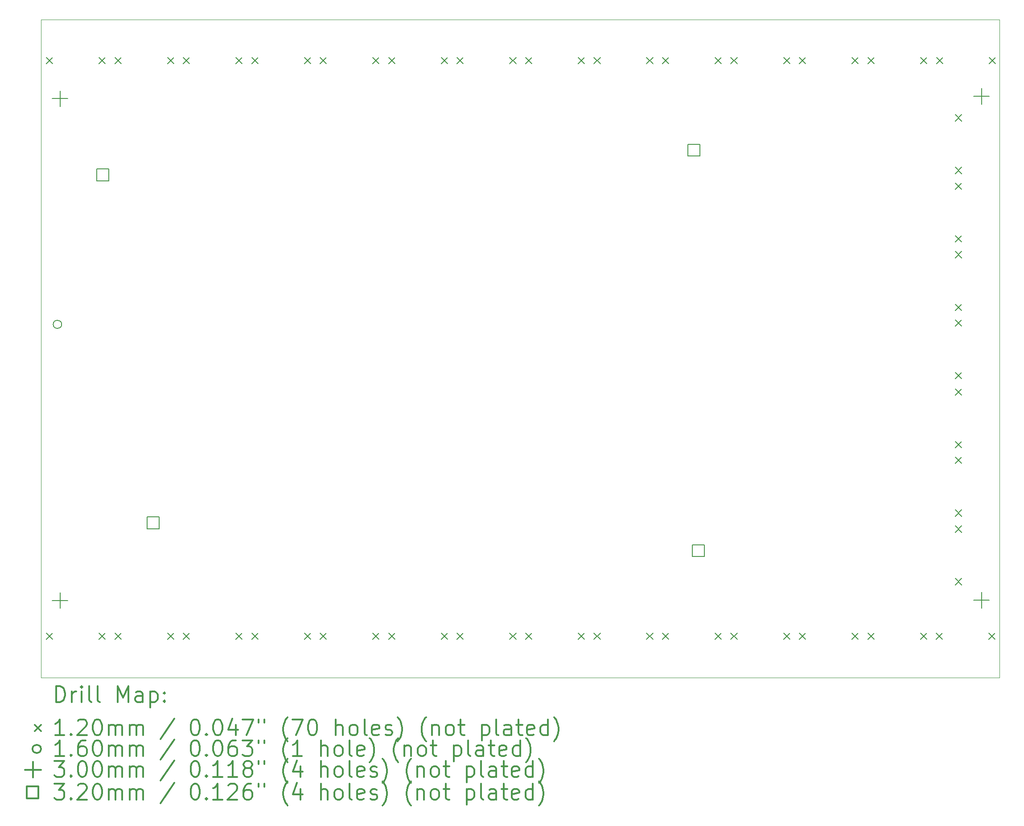
<source format=gbr>
%FSLAX45Y45*%
G04 Gerber Fmt 4.5, Leading zero omitted, Abs format (unit mm)*
G04 Created by KiCad (PCBNEW (5.1.6)-1) date 2021-04-23 16:12:56*
%MOMM*%
%LPD*%
G01*
G04 APERTURE LIST*
%TA.AperFunction,Profile*%
%ADD10C,0.050000*%
%TD*%
%ADD11C,0.200000*%
%ADD12C,0.300000*%
G04 APERTURE END LIST*
D10*
X25720000Y-3860000D02*
X7520000Y-3860000D01*
X25720000Y-16360000D02*
X7520000Y-16360000D01*
X25720000Y-3860000D02*
X25720000Y-16360000D01*
X7520000Y-3860000D02*
X7520000Y-16360000D01*
D11*
X21920000Y-15520000D02*
X22040000Y-15640000D01*
X22040000Y-15520000D02*
X21920000Y-15640000D01*
X22920000Y-15520000D02*
X23040000Y-15640000D01*
X23040000Y-15520000D02*
X22920000Y-15640000D01*
X21920000Y-4580000D02*
X22040000Y-4700000D01*
X22040000Y-4580000D02*
X21920000Y-4700000D01*
X22920000Y-4580000D02*
X23040000Y-4700000D01*
X23040000Y-4580000D02*
X22920000Y-4700000D01*
X24880000Y-12175000D02*
X25000000Y-12295000D01*
X25000000Y-12175000D02*
X24880000Y-12295000D01*
X24880000Y-13175000D02*
X25000000Y-13295000D01*
X25000000Y-13175000D02*
X24880000Y-13295000D01*
X19320000Y-4580000D02*
X19440000Y-4700000D01*
X19440000Y-4580000D02*
X19320000Y-4700000D01*
X20320000Y-4580000D02*
X20440000Y-4700000D01*
X20440000Y-4580000D02*
X20320000Y-4700000D01*
X11520000Y-15520000D02*
X11640000Y-15640000D01*
X11640000Y-15520000D02*
X11520000Y-15640000D01*
X12520000Y-15520000D02*
X12640000Y-15640000D01*
X12640000Y-15520000D02*
X12520000Y-15640000D01*
X20620000Y-15520000D02*
X20740000Y-15640000D01*
X20740000Y-15520000D02*
X20620000Y-15640000D01*
X21620000Y-15520000D02*
X21740000Y-15640000D01*
X21740000Y-15520000D02*
X21620000Y-15640000D01*
X23220000Y-4580000D02*
X23340000Y-4700000D01*
X23340000Y-4580000D02*
X23220000Y-4700000D01*
X24220000Y-4580000D02*
X24340000Y-4700000D01*
X24340000Y-4580000D02*
X24220000Y-4700000D01*
X12820000Y-4580000D02*
X12940000Y-4700000D01*
X12940000Y-4580000D02*
X12820000Y-4700000D01*
X13820000Y-4580000D02*
X13940000Y-4700000D01*
X13940000Y-4580000D02*
X13820000Y-4700000D01*
X8920000Y-15520000D02*
X9040000Y-15640000D01*
X9040000Y-15520000D02*
X8920000Y-15640000D01*
X9920000Y-15520000D02*
X10040000Y-15640000D01*
X10040000Y-15520000D02*
X9920000Y-15640000D01*
X18020000Y-15520000D02*
X18140000Y-15640000D01*
X18140000Y-15520000D02*
X18020000Y-15640000D01*
X19020000Y-15520000D02*
X19140000Y-15640000D01*
X19140000Y-15520000D02*
X19020000Y-15640000D01*
X24880000Y-5665000D02*
X25000000Y-5785000D01*
X25000000Y-5665000D02*
X24880000Y-5785000D01*
X24880000Y-6665000D02*
X25000000Y-6785000D01*
X25000000Y-6665000D02*
X24880000Y-6785000D01*
X7620000Y-15520000D02*
X7740000Y-15640000D01*
X7740000Y-15520000D02*
X7620000Y-15640000D01*
X8620000Y-15520000D02*
X8740000Y-15640000D01*
X8740000Y-15520000D02*
X8620000Y-15640000D01*
X16720000Y-15520000D02*
X16840000Y-15640000D01*
X16840000Y-15520000D02*
X16720000Y-15640000D01*
X17720000Y-15520000D02*
X17840000Y-15640000D01*
X17840000Y-15520000D02*
X17720000Y-15640000D01*
X24520000Y-15520000D02*
X24640000Y-15640000D01*
X24640000Y-15520000D02*
X24520000Y-15640000D01*
X25520000Y-15520000D02*
X25640000Y-15640000D01*
X25640000Y-15520000D02*
X25520000Y-15640000D01*
X7620000Y-4580000D02*
X7740000Y-4700000D01*
X7740000Y-4580000D02*
X7620000Y-4700000D01*
X8620000Y-4580000D02*
X8740000Y-4700000D01*
X8740000Y-4580000D02*
X8620000Y-4700000D01*
X8920000Y-4580000D02*
X9040000Y-4700000D01*
X9040000Y-4580000D02*
X8920000Y-4700000D01*
X9920000Y-4580000D02*
X10040000Y-4700000D01*
X10040000Y-4580000D02*
X9920000Y-4700000D01*
X11520000Y-4580000D02*
X11640000Y-4700000D01*
X11640000Y-4580000D02*
X11520000Y-4700000D01*
X12520000Y-4580000D02*
X12640000Y-4700000D01*
X12640000Y-4580000D02*
X12520000Y-4700000D01*
X12820000Y-15520000D02*
X12940000Y-15640000D01*
X12940000Y-15520000D02*
X12820000Y-15640000D01*
X13820000Y-15520000D02*
X13940000Y-15640000D01*
X13940000Y-15520000D02*
X13820000Y-15640000D01*
X24525000Y-4580000D02*
X24645000Y-4700000D01*
X24645000Y-4580000D02*
X24525000Y-4700000D01*
X25525000Y-4580000D02*
X25645000Y-4700000D01*
X25645000Y-4580000D02*
X25525000Y-4700000D01*
X15420000Y-15520000D02*
X15540000Y-15640000D01*
X15540000Y-15520000D02*
X15420000Y-15640000D01*
X16420000Y-15520000D02*
X16540000Y-15640000D01*
X16540000Y-15520000D02*
X16420000Y-15640000D01*
X24880000Y-8265000D02*
X25000000Y-8385000D01*
X25000000Y-8265000D02*
X24880000Y-8385000D01*
X24880000Y-9265000D02*
X25000000Y-9385000D01*
X25000000Y-9265000D02*
X24880000Y-9385000D01*
X14120000Y-15520000D02*
X14240000Y-15640000D01*
X14240000Y-15520000D02*
X14120000Y-15640000D01*
X15120000Y-15520000D02*
X15240000Y-15640000D01*
X15240000Y-15520000D02*
X15120000Y-15640000D01*
X15420000Y-4580000D02*
X15540000Y-4700000D01*
X15540000Y-4580000D02*
X15420000Y-4700000D01*
X16420000Y-4580000D02*
X16540000Y-4700000D01*
X16540000Y-4580000D02*
X16420000Y-4700000D01*
X14120000Y-4580000D02*
X14240000Y-4700000D01*
X14240000Y-4580000D02*
X14120000Y-4700000D01*
X15120000Y-4580000D02*
X15240000Y-4700000D01*
X15240000Y-4580000D02*
X15120000Y-4700000D01*
X24880000Y-6965000D02*
X25000000Y-7085000D01*
X25000000Y-6965000D02*
X24880000Y-7085000D01*
X24880000Y-7965000D02*
X25000000Y-8085000D01*
X25000000Y-7965000D02*
X24880000Y-8085000D01*
X19320000Y-15520000D02*
X19440000Y-15640000D01*
X19440000Y-15520000D02*
X19320000Y-15640000D01*
X20320000Y-15520000D02*
X20440000Y-15640000D01*
X20440000Y-15520000D02*
X20320000Y-15640000D01*
X23220000Y-15520000D02*
X23340000Y-15640000D01*
X23340000Y-15520000D02*
X23220000Y-15640000D01*
X24220000Y-15520000D02*
X24340000Y-15640000D01*
X24340000Y-15520000D02*
X24220000Y-15640000D01*
X18020000Y-4580000D02*
X18140000Y-4700000D01*
X18140000Y-4580000D02*
X18020000Y-4700000D01*
X19020000Y-4580000D02*
X19140000Y-4700000D01*
X19140000Y-4580000D02*
X19020000Y-4700000D01*
X16720000Y-4580000D02*
X16840000Y-4700000D01*
X16840000Y-4580000D02*
X16720000Y-4700000D01*
X17720000Y-4580000D02*
X17840000Y-4700000D01*
X17840000Y-4580000D02*
X17720000Y-4700000D01*
X10220000Y-15520000D02*
X10340000Y-15640000D01*
X10340000Y-15520000D02*
X10220000Y-15640000D01*
X11220000Y-15520000D02*
X11340000Y-15640000D01*
X11340000Y-15520000D02*
X11220000Y-15640000D01*
X24880000Y-9565000D02*
X25000000Y-9685000D01*
X25000000Y-9565000D02*
X24880000Y-9685000D01*
X24880000Y-10565000D02*
X25000000Y-10685000D01*
X25000000Y-10565000D02*
X24880000Y-10685000D01*
X24880000Y-10875000D02*
X25000000Y-10995000D01*
X25000000Y-10875000D02*
X24880000Y-10995000D01*
X24880000Y-11875000D02*
X25000000Y-11995000D01*
X25000000Y-11875000D02*
X24880000Y-11995000D01*
X24880000Y-13480000D02*
X25000000Y-13600000D01*
X25000000Y-13480000D02*
X24880000Y-13600000D01*
X24880000Y-14480000D02*
X25000000Y-14600000D01*
X25000000Y-14480000D02*
X24880000Y-14600000D01*
X10220000Y-4580000D02*
X10340000Y-4700000D01*
X10340000Y-4580000D02*
X10220000Y-4700000D01*
X11220000Y-4580000D02*
X11340000Y-4700000D01*
X11340000Y-4580000D02*
X11220000Y-4700000D01*
X20620000Y-4580000D02*
X20740000Y-4700000D01*
X20740000Y-4580000D02*
X20620000Y-4700000D01*
X21620000Y-4580000D02*
X21740000Y-4700000D01*
X21740000Y-4580000D02*
X21620000Y-4700000D01*
X7910000Y-9650000D02*
G75*
G03*
X7910000Y-9650000I-80000J0D01*
G01*
X25380000Y-5165000D02*
X25380000Y-5465000D01*
X25230000Y-5315000D02*
X25530000Y-5315000D01*
X7880000Y-14745000D02*
X7880000Y-15045000D01*
X7730000Y-14895000D02*
X8030000Y-14895000D01*
X25380000Y-14740000D02*
X25380000Y-15040000D01*
X25230000Y-14890000D02*
X25530000Y-14890000D01*
X7880000Y-5210000D02*
X7880000Y-5510000D01*
X7730000Y-5360000D02*
X8030000Y-5360000D01*
X20033138Y-6453138D02*
X20033138Y-6226862D01*
X19806862Y-6226862D01*
X19806862Y-6453138D01*
X20033138Y-6453138D01*
X9763138Y-13533138D02*
X9763138Y-13306862D01*
X9536862Y-13306862D01*
X9536862Y-13533138D01*
X9763138Y-13533138D01*
X8803138Y-6923138D02*
X8803138Y-6696862D01*
X8576862Y-6696862D01*
X8576862Y-6923138D01*
X8803138Y-6923138D01*
X20113138Y-14063138D02*
X20113138Y-13836862D01*
X19886862Y-13836862D01*
X19886862Y-14063138D01*
X20113138Y-14063138D01*
D12*
X7803928Y-16828214D02*
X7803928Y-16528214D01*
X7875357Y-16528214D01*
X7918214Y-16542500D01*
X7946786Y-16571071D01*
X7961071Y-16599643D01*
X7975357Y-16656786D01*
X7975357Y-16699643D01*
X7961071Y-16756786D01*
X7946786Y-16785357D01*
X7918214Y-16813929D01*
X7875357Y-16828214D01*
X7803928Y-16828214D01*
X8103928Y-16828214D02*
X8103928Y-16628214D01*
X8103928Y-16685357D02*
X8118214Y-16656786D01*
X8132500Y-16642500D01*
X8161071Y-16628214D01*
X8189643Y-16628214D01*
X8289643Y-16828214D02*
X8289643Y-16628214D01*
X8289643Y-16528214D02*
X8275357Y-16542500D01*
X8289643Y-16556786D01*
X8303928Y-16542500D01*
X8289643Y-16528214D01*
X8289643Y-16556786D01*
X8475357Y-16828214D02*
X8446786Y-16813929D01*
X8432500Y-16785357D01*
X8432500Y-16528214D01*
X8632500Y-16828214D02*
X8603928Y-16813929D01*
X8589643Y-16785357D01*
X8589643Y-16528214D01*
X8975357Y-16828214D02*
X8975357Y-16528214D01*
X9075357Y-16742500D01*
X9175357Y-16528214D01*
X9175357Y-16828214D01*
X9446786Y-16828214D02*
X9446786Y-16671071D01*
X9432500Y-16642500D01*
X9403928Y-16628214D01*
X9346786Y-16628214D01*
X9318214Y-16642500D01*
X9446786Y-16813929D02*
X9418214Y-16828214D01*
X9346786Y-16828214D01*
X9318214Y-16813929D01*
X9303928Y-16785357D01*
X9303928Y-16756786D01*
X9318214Y-16728214D01*
X9346786Y-16713929D01*
X9418214Y-16713929D01*
X9446786Y-16699643D01*
X9589643Y-16628214D02*
X9589643Y-16928214D01*
X9589643Y-16642500D02*
X9618214Y-16628214D01*
X9675357Y-16628214D01*
X9703928Y-16642500D01*
X9718214Y-16656786D01*
X9732500Y-16685357D01*
X9732500Y-16771071D01*
X9718214Y-16799643D01*
X9703928Y-16813929D01*
X9675357Y-16828214D01*
X9618214Y-16828214D01*
X9589643Y-16813929D01*
X9861071Y-16799643D02*
X9875357Y-16813929D01*
X9861071Y-16828214D01*
X9846786Y-16813929D01*
X9861071Y-16799643D01*
X9861071Y-16828214D01*
X9861071Y-16642500D02*
X9875357Y-16656786D01*
X9861071Y-16671071D01*
X9846786Y-16656786D01*
X9861071Y-16642500D01*
X9861071Y-16671071D01*
X7397500Y-17262500D02*
X7517500Y-17382500D01*
X7517500Y-17262500D02*
X7397500Y-17382500D01*
X7961071Y-17458214D02*
X7789643Y-17458214D01*
X7875357Y-17458214D02*
X7875357Y-17158214D01*
X7846786Y-17201072D01*
X7818214Y-17229643D01*
X7789643Y-17243929D01*
X8089643Y-17429643D02*
X8103928Y-17443929D01*
X8089643Y-17458214D01*
X8075357Y-17443929D01*
X8089643Y-17429643D01*
X8089643Y-17458214D01*
X8218214Y-17186786D02*
X8232500Y-17172500D01*
X8261071Y-17158214D01*
X8332500Y-17158214D01*
X8361071Y-17172500D01*
X8375357Y-17186786D01*
X8389643Y-17215357D01*
X8389643Y-17243929D01*
X8375357Y-17286786D01*
X8203928Y-17458214D01*
X8389643Y-17458214D01*
X8575357Y-17158214D02*
X8603928Y-17158214D01*
X8632500Y-17172500D01*
X8646786Y-17186786D01*
X8661071Y-17215357D01*
X8675357Y-17272500D01*
X8675357Y-17343929D01*
X8661071Y-17401072D01*
X8646786Y-17429643D01*
X8632500Y-17443929D01*
X8603928Y-17458214D01*
X8575357Y-17458214D01*
X8546786Y-17443929D01*
X8532500Y-17429643D01*
X8518214Y-17401072D01*
X8503928Y-17343929D01*
X8503928Y-17272500D01*
X8518214Y-17215357D01*
X8532500Y-17186786D01*
X8546786Y-17172500D01*
X8575357Y-17158214D01*
X8803928Y-17458214D02*
X8803928Y-17258214D01*
X8803928Y-17286786D02*
X8818214Y-17272500D01*
X8846786Y-17258214D01*
X8889643Y-17258214D01*
X8918214Y-17272500D01*
X8932500Y-17301072D01*
X8932500Y-17458214D01*
X8932500Y-17301072D02*
X8946786Y-17272500D01*
X8975357Y-17258214D01*
X9018214Y-17258214D01*
X9046786Y-17272500D01*
X9061071Y-17301072D01*
X9061071Y-17458214D01*
X9203928Y-17458214D02*
X9203928Y-17258214D01*
X9203928Y-17286786D02*
X9218214Y-17272500D01*
X9246786Y-17258214D01*
X9289643Y-17258214D01*
X9318214Y-17272500D01*
X9332500Y-17301072D01*
X9332500Y-17458214D01*
X9332500Y-17301072D02*
X9346786Y-17272500D01*
X9375357Y-17258214D01*
X9418214Y-17258214D01*
X9446786Y-17272500D01*
X9461071Y-17301072D01*
X9461071Y-17458214D01*
X10046786Y-17143929D02*
X9789643Y-17529643D01*
X10432500Y-17158214D02*
X10461071Y-17158214D01*
X10489643Y-17172500D01*
X10503928Y-17186786D01*
X10518214Y-17215357D01*
X10532500Y-17272500D01*
X10532500Y-17343929D01*
X10518214Y-17401072D01*
X10503928Y-17429643D01*
X10489643Y-17443929D01*
X10461071Y-17458214D01*
X10432500Y-17458214D01*
X10403928Y-17443929D01*
X10389643Y-17429643D01*
X10375357Y-17401072D01*
X10361071Y-17343929D01*
X10361071Y-17272500D01*
X10375357Y-17215357D01*
X10389643Y-17186786D01*
X10403928Y-17172500D01*
X10432500Y-17158214D01*
X10661071Y-17429643D02*
X10675357Y-17443929D01*
X10661071Y-17458214D01*
X10646786Y-17443929D01*
X10661071Y-17429643D01*
X10661071Y-17458214D01*
X10861071Y-17158214D02*
X10889643Y-17158214D01*
X10918214Y-17172500D01*
X10932500Y-17186786D01*
X10946786Y-17215357D01*
X10961071Y-17272500D01*
X10961071Y-17343929D01*
X10946786Y-17401072D01*
X10932500Y-17429643D01*
X10918214Y-17443929D01*
X10889643Y-17458214D01*
X10861071Y-17458214D01*
X10832500Y-17443929D01*
X10818214Y-17429643D01*
X10803928Y-17401072D01*
X10789643Y-17343929D01*
X10789643Y-17272500D01*
X10803928Y-17215357D01*
X10818214Y-17186786D01*
X10832500Y-17172500D01*
X10861071Y-17158214D01*
X11218214Y-17258214D02*
X11218214Y-17458214D01*
X11146786Y-17143929D02*
X11075357Y-17358214D01*
X11261071Y-17358214D01*
X11346786Y-17158214D02*
X11546786Y-17158214D01*
X11418214Y-17458214D01*
X11646786Y-17158214D02*
X11646786Y-17215357D01*
X11761071Y-17158214D02*
X11761071Y-17215357D01*
X12203928Y-17572500D02*
X12189643Y-17558214D01*
X12161071Y-17515357D01*
X12146786Y-17486786D01*
X12132500Y-17443929D01*
X12118214Y-17372500D01*
X12118214Y-17315357D01*
X12132500Y-17243929D01*
X12146786Y-17201072D01*
X12161071Y-17172500D01*
X12189643Y-17129643D01*
X12203928Y-17115357D01*
X12289643Y-17158214D02*
X12489643Y-17158214D01*
X12361071Y-17458214D01*
X12661071Y-17158214D02*
X12689643Y-17158214D01*
X12718214Y-17172500D01*
X12732500Y-17186786D01*
X12746786Y-17215357D01*
X12761071Y-17272500D01*
X12761071Y-17343929D01*
X12746786Y-17401072D01*
X12732500Y-17429643D01*
X12718214Y-17443929D01*
X12689643Y-17458214D01*
X12661071Y-17458214D01*
X12632500Y-17443929D01*
X12618214Y-17429643D01*
X12603928Y-17401072D01*
X12589643Y-17343929D01*
X12589643Y-17272500D01*
X12603928Y-17215357D01*
X12618214Y-17186786D01*
X12632500Y-17172500D01*
X12661071Y-17158214D01*
X13118214Y-17458214D02*
X13118214Y-17158214D01*
X13246786Y-17458214D02*
X13246786Y-17301072D01*
X13232500Y-17272500D01*
X13203928Y-17258214D01*
X13161071Y-17258214D01*
X13132500Y-17272500D01*
X13118214Y-17286786D01*
X13432500Y-17458214D02*
X13403928Y-17443929D01*
X13389643Y-17429643D01*
X13375357Y-17401072D01*
X13375357Y-17315357D01*
X13389643Y-17286786D01*
X13403928Y-17272500D01*
X13432500Y-17258214D01*
X13475357Y-17258214D01*
X13503928Y-17272500D01*
X13518214Y-17286786D01*
X13532500Y-17315357D01*
X13532500Y-17401072D01*
X13518214Y-17429643D01*
X13503928Y-17443929D01*
X13475357Y-17458214D01*
X13432500Y-17458214D01*
X13703928Y-17458214D02*
X13675357Y-17443929D01*
X13661071Y-17415357D01*
X13661071Y-17158214D01*
X13932500Y-17443929D02*
X13903928Y-17458214D01*
X13846786Y-17458214D01*
X13818214Y-17443929D01*
X13803928Y-17415357D01*
X13803928Y-17301072D01*
X13818214Y-17272500D01*
X13846786Y-17258214D01*
X13903928Y-17258214D01*
X13932500Y-17272500D01*
X13946786Y-17301072D01*
X13946786Y-17329643D01*
X13803928Y-17358214D01*
X14061071Y-17443929D02*
X14089643Y-17458214D01*
X14146786Y-17458214D01*
X14175357Y-17443929D01*
X14189643Y-17415357D01*
X14189643Y-17401072D01*
X14175357Y-17372500D01*
X14146786Y-17358214D01*
X14103928Y-17358214D01*
X14075357Y-17343929D01*
X14061071Y-17315357D01*
X14061071Y-17301072D01*
X14075357Y-17272500D01*
X14103928Y-17258214D01*
X14146786Y-17258214D01*
X14175357Y-17272500D01*
X14289643Y-17572500D02*
X14303928Y-17558214D01*
X14332500Y-17515357D01*
X14346786Y-17486786D01*
X14361071Y-17443929D01*
X14375357Y-17372500D01*
X14375357Y-17315357D01*
X14361071Y-17243929D01*
X14346786Y-17201072D01*
X14332500Y-17172500D01*
X14303928Y-17129643D01*
X14289643Y-17115357D01*
X14832500Y-17572500D02*
X14818214Y-17558214D01*
X14789643Y-17515357D01*
X14775357Y-17486786D01*
X14761071Y-17443929D01*
X14746786Y-17372500D01*
X14746786Y-17315357D01*
X14761071Y-17243929D01*
X14775357Y-17201072D01*
X14789643Y-17172500D01*
X14818214Y-17129643D01*
X14832500Y-17115357D01*
X14946786Y-17258214D02*
X14946786Y-17458214D01*
X14946786Y-17286786D02*
X14961071Y-17272500D01*
X14989643Y-17258214D01*
X15032500Y-17258214D01*
X15061071Y-17272500D01*
X15075357Y-17301072D01*
X15075357Y-17458214D01*
X15261071Y-17458214D02*
X15232500Y-17443929D01*
X15218214Y-17429643D01*
X15203928Y-17401072D01*
X15203928Y-17315357D01*
X15218214Y-17286786D01*
X15232500Y-17272500D01*
X15261071Y-17258214D01*
X15303928Y-17258214D01*
X15332500Y-17272500D01*
X15346786Y-17286786D01*
X15361071Y-17315357D01*
X15361071Y-17401072D01*
X15346786Y-17429643D01*
X15332500Y-17443929D01*
X15303928Y-17458214D01*
X15261071Y-17458214D01*
X15446786Y-17258214D02*
X15561071Y-17258214D01*
X15489643Y-17158214D02*
X15489643Y-17415357D01*
X15503928Y-17443929D01*
X15532500Y-17458214D01*
X15561071Y-17458214D01*
X15889643Y-17258214D02*
X15889643Y-17558214D01*
X15889643Y-17272500D02*
X15918214Y-17258214D01*
X15975357Y-17258214D01*
X16003928Y-17272500D01*
X16018214Y-17286786D01*
X16032500Y-17315357D01*
X16032500Y-17401072D01*
X16018214Y-17429643D01*
X16003928Y-17443929D01*
X15975357Y-17458214D01*
X15918214Y-17458214D01*
X15889643Y-17443929D01*
X16203928Y-17458214D02*
X16175357Y-17443929D01*
X16161071Y-17415357D01*
X16161071Y-17158214D01*
X16446786Y-17458214D02*
X16446786Y-17301072D01*
X16432500Y-17272500D01*
X16403928Y-17258214D01*
X16346786Y-17258214D01*
X16318214Y-17272500D01*
X16446786Y-17443929D02*
X16418214Y-17458214D01*
X16346786Y-17458214D01*
X16318214Y-17443929D01*
X16303928Y-17415357D01*
X16303928Y-17386786D01*
X16318214Y-17358214D01*
X16346786Y-17343929D01*
X16418214Y-17343929D01*
X16446786Y-17329643D01*
X16546786Y-17258214D02*
X16661071Y-17258214D01*
X16589643Y-17158214D02*
X16589643Y-17415357D01*
X16603928Y-17443929D01*
X16632500Y-17458214D01*
X16661071Y-17458214D01*
X16875357Y-17443929D02*
X16846786Y-17458214D01*
X16789643Y-17458214D01*
X16761071Y-17443929D01*
X16746786Y-17415357D01*
X16746786Y-17301072D01*
X16761071Y-17272500D01*
X16789643Y-17258214D01*
X16846786Y-17258214D01*
X16875357Y-17272500D01*
X16889643Y-17301072D01*
X16889643Y-17329643D01*
X16746786Y-17358214D01*
X17146786Y-17458214D02*
X17146786Y-17158214D01*
X17146786Y-17443929D02*
X17118214Y-17458214D01*
X17061071Y-17458214D01*
X17032500Y-17443929D01*
X17018214Y-17429643D01*
X17003928Y-17401072D01*
X17003928Y-17315357D01*
X17018214Y-17286786D01*
X17032500Y-17272500D01*
X17061071Y-17258214D01*
X17118214Y-17258214D01*
X17146786Y-17272500D01*
X17261071Y-17572500D02*
X17275357Y-17558214D01*
X17303928Y-17515357D01*
X17318214Y-17486786D01*
X17332500Y-17443929D01*
X17346786Y-17372500D01*
X17346786Y-17315357D01*
X17332500Y-17243929D01*
X17318214Y-17201072D01*
X17303928Y-17172500D01*
X17275357Y-17129643D01*
X17261071Y-17115357D01*
X7517500Y-17718500D02*
G75*
G03*
X7517500Y-17718500I-80000J0D01*
G01*
X7961071Y-17854214D02*
X7789643Y-17854214D01*
X7875357Y-17854214D02*
X7875357Y-17554214D01*
X7846786Y-17597072D01*
X7818214Y-17625643D01*
X7789643Y-17639929D01*
X8089643Y-17825643D02*
X8103928Y-17839929D01*
X8089643Y-17854214D01*
X8075357Y-17839929D01*
X8089643Y-17825643D01*
X8089643Y-17854214D01*
X8361071Y-17554214D02*
X8303928Y-17554214D01*
X8275357Y-17568500D01*
X8261071Y-17582786D01*
X8232500Y-17625643D01*
X8218214Y-17682786D01*
X8218214Y-17797072D01*
X8232500Y-17825643D01*
X8246786Y-17839929D01*
X8275357Y-17854214D01*
X8332500Y-17854214D01*
X8361071Y-17839929D01*
X8375357Y-17825643D01*
X8389643Y-17797072D01*
X8389643Y-17725643D01*
X8375357Y-17697072D01*
X8361071Y-17682786D01*
X8332500Y-17668500D01*
X8275357Y-17668500D01*
X8246786Y-17682786D01*
X8232500Y-17697072D01*
X8218214Y-17725643D01*
X8575357Y-17554214D02*
X8603928Y-17554214D01*
X8632500Y-17568500D01*
X8646786Y-17582786D01*
X8661071Y-17611357D01*
X8675357Y-17668500D01*
X8675357Y-17739929D01*
X8661071Y-17797072D01*
X8646786Y-17825643D01*
X8632500Y-17839929D01*
X8603928Y-17854214D01*
X8575357Y-17854214D01*
X8546786Y-17839929D01*
X8532500Y-17825643D01*
X8518214Y-17797072D01*
X8503928Y-17739929D01*
X8503928Y-17668500D01*
X8518214Y-17611357D01*
X8532500Y-17582786D01*
X8546786Y-17568500D01*
X8575357Y-17554214D01*
X8803928Y-17854214D02*
X8803928Y-17654214D01*
X8803928Y-17682786D02*
X8818214Y-17668500D01*
X8846786Y-17654214D01*
X8889643Y-17654214D01*
X8918214Y-17668500D01*
X8932500Y-17697072D01*
X8932500Y-17854214D01*
X8932500Y-17697072D02*
X8946786Y-17668500D01*
X8975357Y-17654214D01*
X9018214Y-17654214D01*
X9046786Y-17668500D01*
X9061071Y-17697072D01*
X9061071Y-17854214D01*
X9203928Y-17854214D02*
X9203928Y-17654214D01*
X9203928Y-17682786D02*
X9218214Y-17668500D01*
X9246786Y-17654214D01*
X9289643Y-17654214D01*
X9318214Y-17668500D01*
X9332500Y-17697072D01*
X9332500Y-17854214D01*
X9332500Y-17697072D02*
X9346786Y-17668500D01*
X9375357Y-17654214D01*
X9418214Y-17654214D01*
X9446786Y-17668500D01*
X9461071Y-17697072D01*
X9461071Y-17854214D01*
X10046786Y-17539929D02*
X9789643Y-17925643D01*
X10432500Y-17554214D02*
X10461071Y-17554214D01*
X10489643Y-17568500D01*
X10503928Y-17582786D01*
X10518214Y-17611357D01*
X10532500Y-17668500D01*
X10532500Y-17739929D01*
X10518214Y-17797072D01*
X10503928Y-17825643D01*
X10489643Y-17839929D01*
X10461071Y-17854214D01*
X10432500Y-17854214D01*
X10403928Y-17839929D01*
X10389643Y-17825643D01*
X10375357Y-17797072D01*
X10361071Y-17739929D01*
X10361071Y-17668500D01*
X10375357Y-17611357D01*
X10389643Y-17582786D01*
X10403928Y-17568500D01*
X10432500Y-17554214D01*
X10661071Y-17825643D02*
X10675357Y-17839929D01*
X10661071Y-17854214D01*
X10646786Y-17839929D01*
X10661071Y-17825643D01*
X10661071Y-17854214D01*
X10861071Y-17554214D02*
X10889643Y-17554214D01*
X10918214Y-17568500D01*
X10932500Y-17582786D01*
X10946786Y-17611357D01*
X10961071Y-17668500D01*
X10961071Y-17739929D01*
X10946786Y-17797072D01*
X10932500Y-17825643D01*
X10918214Y-17839929D01*
X10889643Y-17854214D01*
X10861071Y-17854214D01*
X10832500Y-17839929D01*
X10818214Y-17825643D01*
X10803928Y-17797072D01*
X10789643Y-17739929D01*
X10789643Y-17668500D01*
X10803928Y-17611357D01*
X10818214Y-17582786D01*
X10832500Y-17568500D01*
X10861071Y-17554214D01*
X11218214Y-17554214D02*
X11161071Y-17554214D01*
X11132500Y-17568500D01*
X11118214Y-17582786D01*
X11089643Y-17625643D01*
X11075357Y-17682786D01*
X11075357Y-17797072D01*
X11089643Y-17825643D01*
X11103928Y-17839929D01*
X11132500Y-17854214D01*
X11189643Y-17854214D01*
X11218214Y-17839929D01*
X11232500Y-17825643D01*
X11246786Y-17797072D01*
X11246786Y-17725643D01*
X11232500Y-17697072D01*
X11218214Y-17682786D01*
X11189643Y-17668500D01*
X11132500Y-17668500D01*
X11103928Y-17682786D01*
X11089643Y-17697072D01*
X11075357Y-17725643D01*
X11346786Y-17554214D02*
X11532500Y-17554214D01*
X11432500Y-17668500D01*
X11475357Y-17668500D01*
X11503928Y-17682786D01*
X11518214Y-17697072D01*
X11532500Y-17725643D01*
X11532500Y-17797072D01*
X11518214Y-17825643D01*
X11503928Y-17839929D01*
X11475357Y-17854214D01*
X11389643Y-17854214D01*
X11361071Y-17839929D01*
X11346786Y-17825643D01*
X11646786Y-17554214D02*
X11646786Y-17611357D01*
X11761071Y-17554214D02*
X11761071Y-17611357D01*
X12203928Y-17968500D02*
X12189643Y-17954214D01*
X12161071Y-17911357D01*
X12146786Y-17882786D01*
X12132500Y-17839929D01*
X12118214Y-17768500D01*
X12118214Y-17711357D01*
X12132500Y-17639929D01*
X12146786Y-17597072D01*
X12161071Y-17568500D01*
X12189643Y-17525643D01*
X12203928Y-17511357D01*
X12475357Y-17854214D02*
X12303928Y-17854214D01*
X12389643Y-17854214D02*
X12389643Y-17554214D01*
X12361071Y-17597072D01*
X12332500Y-17625643D01*
X12303928Y-17639929D01*
X12832500Y-17854214D02*
X12832500Y-17554214D01*
X12961071Y-17854214D02*
X12961071Y-17697072D01*
X12946786Y-17668500D01*
X12918214Y-17654214D01*
X12875357Y-17654214D01*
X12846786Y-17668500D01*
X12832500Y-17682786D01*
X13146786Y-17854214D02*
X13118214Y-17839929D01*
X13103928Y-17825643D01*
X13089643Y-17797072D01*
X13089643Y-17711357D01*
X13103928Y-17682786D01*
X13118214Y-17668500D01*
X13146786Y-17654214D01*
X13189643Y-17654214D01*
X13218214Y-17668500D01*
X13232500Y-17682786D01*
X13246786Y-17711357D01*
X13246786Y-17797072D01*
X13232500Y-17825643D01*
X13218214Y-17839929D01*
X13189643Y-17854214D01*
X13146786Y-17854214D01*
X13418214Y-17854214D02*
X13389643Y-17839929D01*
X13375357Y-17811357D01*
X13375357Y-17554214D01*
X13646786Y-17839929D02*
X13618214Y-17854214D01*
X13561071Y-17854214D01*
X13532500Y-17839929D01*
X13518214Y-17811357D01*
X13518214Y-17697072D01*
X13532500Y-17668500D01*
X13561071Y-17654214D01*
X13618214Y-17654214D01*
X13646786Y-17668500D01*
X13661071Y-17697072D01*
X13661071Y-17725643D01*
X13518214Y-17754214D01*
X13761071Y-17968500D02*
X13775357Y-17954214D01*
X13803928Y-17911357D01*
X13818214Y-17882786D01*
X13832500Y-17839929D01*
X13846786Y-17768500D01*
X13846786Y-17711357D01*
X13832500Y-17639929D01*
X13818214Y-17597072D01*
X13803928Y-17568500D01*
X13775357Y-17525643D01*
X13761071Y-17511357D01*
X14303928Y-17968500D02*
X14289643Y-17954214D01*
X14261071Y-17911357D01*
X14246786Y-17882786D01*
X14232500Y-17839929D01*
X14218214Y-17768500D01*
X14218214Y-17711357D01*
X14232500Y-17639929D01*
X14246786Y-17597072D01*
X14261071Y-17568500D01*
X14289643Y-17525643D01*
X14303928Y-17511357D01*
X14418214Y-17654214D02*
X14418214Y-17854214D01*
X14418214Y-17682786D02*
X14432500Y-17668500D01*
X14461071Y-17654214D01*
X14503928Y-17654214D01*
X14532500Y-17668500D01*
X14546786Y-17697072D01*
X14546786Y-17854214D01*
X14732500Y-17854214D02*
X14703928Y-17839929D01*
X14689643Y-17825643D01*
X14675357Y-17797072D01*
X14675357Y-17711357D01*
X14689643Y-17682786D01*
X14703928Y-17668500D01*
X14732500Y-17654214D01*
X14775357Y-17654214D01*
X14803928Y-17668500D01*
X14818214Y-17682786D01*
X14832500Y-17711357D01*
X14832500Y-17797072D01*
X14818214Y-17825643D01*
X14803928Y-17839929D01*
X14775357Y-17854214D01*
X14732500Y-17854214D01*
X14918214Y-17654214D02*
X15032500Y-17654214D01*
X14961071Y-17554214D02*
X14961071Y-17811357D01*
X14975357Y-17839929D01*
X15003928Y-17854214D01*
X15032500Y-17854214D01*
X15361071Y-17654214D02*
X15361071Y-17954214D01*
X15361071Y-17668500D02*
X15389643Y-17654214D01*
X15446786Y-17654214D01*
X15475357Y-17668500D01*
X15489643Y-17682786D01*
X15503928Y-17711357D01*
X15503928Y-17797072D01*
X15489643Y-17825643D01*
X15475357Y-17839929D01*
X15446786Y-17854214D01*
X15389643Y-17854214D01*
X15361071Y-17839929D01*
X15675357Y-17854214D02*
X15646786Y-17839929D01*
X15632500Y-17811357D01*
X15632500Y-17554214D01*
X15918214Y-17854214D02*
X15918214Y-17697072D01*
X15903928Y-17668500D01*
X15875357Y-17654214D01*
X15818214Y-17654214D01*
X15789643Y-17668500D01*
X15918214Y-17839929D02*
X15889643Y-17854214D01*
X15818214Y-17854214D01*
X15789643Y-17839929D01*
X15775357Y-17811357D01*
X15775357Y-17782786D01*
X15789643Y-17754214D01*
X15818214Y-17739929D01*
X15889643Y-17739929D01*
X15918214Y-17725643D01*
X16018214Y-17654214D02*
X16132500Y-17654214D01*
X16061071Y-17554214D02*
X16061071Y-17811357D01*
X16075357Y-17839929D01*
X16103928Y-17854214D01*
X16132500Y-17854214D01*
X16346786Y-17839929D02*
X16318214Y-17854214D01*
X16261071Y-17854214D01*
X16232500Y-17839929D01*
X16218214Y-17811357D01*
X16218214Y-17697072D01*
X16232500Y-17668500D01*
X16261071Y-17654214D01*
X16318214Y-17654214D01*
X16346786Y-17668500D01*
X16361071Y-17697072D01*
X16361071Y-17725643D01*
X16218214Y-17754214D01*
X16618214Y-17854214D02*
X16618214Y-17554214D01*
X16618214Y-17839929D02*
X16589643Y-17854214D01*
X16532500Y-17854214D01*
X16503928Y-17839929D01*
X16489643Y-17825643D01*
X16475357Y-17797072D01*
X16475357Y-17711357D01*
X16489643Y-17682786D01*
X16503928Y-17668500D01*
X16532500Y-17654214D01*
X16589643Y-17654214D01*
X16618214Y-17668500D01*
X16732500Y-17968500D02*
X16746786Y-17954214D01*
X16775357Y-17911357D01*
X16789643Y-17882786D01*
X16803928Y-17839929D01*
X16818214Y-17768500D01*
X16818214Y-17711357D01*
X16803928Y-17639929D01*
X16789643Y-17597072D01*
X16775357Y-17568500D01*
X16746786Y-17525643D01*
X16732500Y-17511357D01*
X7367500Y-17964500D02*
X7367500Y-18264500D01*
X7217500Y-18114500D02*
X7517500Y-18114500D01*
X7775357Y-17950214D02*
X7961071Y-17950214D01*
X7861071Y-18064500D01*
X7903928Y-18064500D01*
X7932500Y-18078786D01*
X7946786Y-18093072D01*
X7961071Y-18121643D01*
X7961071Y-18193072D01*
X7946786Y-18221643D01*
X7932500Y-18235929D01*
X7903928Y-18250214D01*
X7818214Y-18250214D01*
X7789643Y-18235929D01*
X7775357Y-18221643D01*
X8089643Y-18221643D02*
X8103928Y-18235929D01*
X8089643Y-18250214D01*
X8075357Y-18235929D01*
X8089643Y-18221643D01*
X8089643Y-18250214D01*
X8289643Y-17950214D02*
X8318214Y-17950214D01*
X8346786Y-17964500D01*
X8361071Y-17978786D01*
X8375357Y-18007357D01*
X8389643Y-18064500D01*
X8389643Y-18135929D01*
X8375357Y-18193072D01*
X8361071Y-18221643D01*
X8346786Y-18235929D01*
X8318214Y-18250214D01*
X8289643Y-18250214D01*
X8261071Y-18235929D01*
X8246786Y-18221643D01*
X8232500Y-18193072D01*
X8218214Y-18135929D01*
X8218214Y-18064500D01*
X8232500Y-18007357D01*
X8246786Y-17978786D01*
X8261071Y-17964500D01*
X8289643Y-17950214D01*
X8575357Y-17950214D02*
X8603928Y-17950214D01*
X8632500Y-17964500D01*
X8646786Y-17978786D01*
X8661071Y-18007357D01*
X8675357Y-18064500D01*
X8675357Y-18135929D01*
X8661071Y-18193072D01*
X8646786Y-18221643D01*
X8632500Y-18235929D01*
X8603928Y-18250214D01*
X8575357Y-18250214D01*
X8546786Y-18235929D01*
X8532500Y-18221643D01*
X8518214Y-18193072D01*
X8503928Y-18135929D01*
X8503928Y-18064500D01*
X8518214Y-18007357D01*
X8532500Y-17978786D01*
X8546786Y-17964500D01*
X8575357Y-17950214D01*
X8803928Y-18250214D02*
X8803928Y-18050214D01*
X8803928Y-18078786D02*
X8818214Y-18064500D01*
X8846786Y-18050214D01*
X8889643Y-18050214D01*
X8918214Y-18064500D01*
X8932500Y-18093072D01*
X8932500Y-18250214D01*
X8932500Y-18093072D02*
X8946786Y-18064500D01*
X8975357Y-18050214D01*
X9018214Y-18050214D01*
X9046786Y-18064500D01*
X9061071Y-18093072D01*
X9061071Y-18250214D01*
X9203928Y-18250214D02*
X9203928Y-18050214D01*
X9203928Y-18078786D02*
X9218214Y-18064500D01*
X9246786Y-18050214D01*
X9289643Y-18050214D01*
X9318214Y-18064500D01*
X9332500Y-18093072D01*
X9332500Y-18250214D01*
X9332500Y-18093072D02*
X9346786Y-18064500D01*
X9375357Y-18050214D01*
X9418214Y-18050214D01*
X9446786Y-18064500D01*
X9461071Y-18093072D01*
X9461071Y-18250214D01*
X10046786Y-17935929D02*
X9789643Y-18321643D01*
X10432500Y-17950214D02*
X10461071Y-17950214D01*
X10489643Y-17964500D01*
X10503928Y-17978786D01*
X10518214Y-18007357D01*
X10532500Y-18064500D01*
X10532500Y-18135929D01*
X10518214Y-18193072D01*
X10503928Y-18221643D01*
X10489643Y-18235929D01*
X10461071Y-18250214D01*
X10432500Y-18250214D01*
X10403928Y-18235929D01*
X10389643Y-18221643D01*
X10375357Y-18193072D01*
X10361071Y-18135929D01*
X10361071Y-18064500D01*
X10375357Y-18007357D01*
X10389643Y-17978786D01*
X10403928Y-17964500D01*
X10432500Y-17950214D01*
X10661071Y-18221643D02*
X10675357Y-18235929D01*
X10661071Y-18250214D01*
X10646786Y-18235929D01*
X10661071Y-18221643D01*
X10661071Y-18250214D01*
X10961071Y-18250214D02*
X10789643Y-18250214D01*
X10875357Y-18250214D02*
X10875357Y-17950214D01*
X10846786Y-17993072D01*
X10818214Y-18021643D01*
X10789643Y-18035929D01*
X11246786Y-18250214D02*
X11075357Y-18250214D01*
X11161071Y-18250214D02*
X11161071Y-17950214D01*
X11132500Y-17993072D01*
X11103928Y-18021643D01*
X11075357Y-18035929D01*
X11418214Y-18078786D02*
X11389643Y-18064500D01*
X11375357Y-18050214D01*
X11361071Y-18021643D01*
X11361071Y-18007357D01*
X11375357Y-17978786D01*
X11389643Y-17964500D01*
X11418214Y-17950214D01*
X11475357Y-17950214D01*
X11503928Y-17964500D01*
X11518214Y-17978786D01*
X11532500Y-18007357D01*
X11532500Y-18021643D01*
X11518214Y-18050214D01*
X11503928Y-18064500D01*
X11475357Y-18078786D01*
X11418214Y-18078786D01*
X11389643Y-18093072D01*
X11375357Y-18107357D01*
X11361071Y-18135929D01*
X11361071Y-18193072D01*
X11375357Y-18221643D01*
X11389643Y-18235929D01*
X11418214Y-18250214D01*
X11475357Y-18250214D01*
X11503928Y-18235929D01*
X11518214Y-18221643D01*
X11532500Y-18193072D01*
X11532500Y-18135929D01*
X11518214Y-18107357D01*
X11503928Y-18093072D01*
X11475357Y-18078786D01*
X11646786Y-17950214D02*
X11646786Y-18007357D01*
X11761071Y-17950214D02*
X11761071Y-18007357D01*
X12203928Y-18364500D02*
X12189643Y-18350214D01*
X12161071Y-18307357D01*
X12146786Y-18278786D01*
X12132500Y-18235929D01*
X12118214Y-18164500D01*
X12118214Y-18107357D01*
X12132500Y-18035929D01*
X12146786Y-17993072D01*
X12161071Y-17964500D01*
X12189643Y-17921643D01*
X12203928Y-17907357D01*
X12446786Y-18050214D02*
X12446786Y-18250214D01*
X12375357Y-17935929D02*
X12303928Y-18150214D01*
X12489643Y-18150214D01*
X12832500Y-18250214D02*
X12832500Y-17950214D01*
X12961071Y-18250214D02*
X12961071Y-18093072D01*
X12946786Y-18064500D01*
X12918214Y-18050214D01*
X12875357Y-18050214D01*
X12846786Y-18064500D01*
X12832500Y-18078786D01*
X13146786Y-18250214D02*
X13118214Y-18235929D01*
X13103928Y-18221643D01*
X13089643Y-18193072D01*
X13089643Y-18107357D01*
X13103928Y-18078786D01*
X13118214Y-18064500D01*
X13146786Y-18050214D01*
X13189643Y-18050214D01*
X13218214Y-18064500D01*
X13232500Y-18078786D01*
X13246786Y-18107357D01*
X13246786Y-18193072D01*
X13232500Y-18221643D01*
X13218214Y-18235929D01*
X13189643Y-18250214D01*
X13146786Y-18250214D01*
X13418214Y-18250214D02*
X13389643Y-18235929D01*
X13375357Y-18207357D01*
X13375357Y-17950214D01*
X13646786Y-18235929D02*
X13618214Y-18250214D01*
X13561071Y-18250214D01*
X13532500Y-18235929D01*
X13518214Y-18207357D01*
X13518214Y-18093072D01*
X13532500Y-18064500D01*
X13561071Y-18050214D01*
X13618214Y-18050214D01*
X13646786Y-18064500D01*
X13661071Y-18093072D01*
X13661071Y-18121643D01*
X13518214Y-18150214D01*
X13775357Y-18235929D02*
X13803928Y-18250214D01*
X13861071Y-18250214D01*
X13889643Y-18235929D01*
X13903928Y-18207357D01*
X13903928Y-18193072D01*
X13889643Y-18164500D01*
X13861071Y-18150214D01*
X13818214Y-18150214D01*
X13789643Y-18135929D01*
X13775357Y-18107357D01*
X13775357Y-18093072D01*
X13789643Y-18064500D01*
X13818214Y-18050214D01*
X13861071Y-18050214D01*
X13889643Y-18064500D01*
X14003928Y-18364500D02*
X14018214Y-18350214D01*
X14046786Y-18307357D01*
X14061071Y-18278786D01*
X14075357Y-18235929D01*
X14089643Y-18164500D01*
X14089643Y-18107357D01*
X14075357Y-18035929D01*
X14061071Y-17993072D01*
X14046786Y-17964500D01*
X14018214Y-17921643D01*
X14003928Y-17907357D01*
X14546786Y-18364500D02*
X14532500Y-18350214D01*
X14503928Y-18307357D01*
X14489643Y-18278786D01*
X14475357Y-18235929D01*
X14461071Y-18164500D01*
X14461071Y-18107357D01*
X14475357Y-18035929D01*
X14489643Y-17993072D01*
X14503928Y-17964500D01*
X14532500Y-17921643D01*
X14546786Y-17907357D01*
X14661071Y-18050214D02*
X14661071Y-18250214D01*
X14661071Y-18078786D02*
X14675357Y-18064500D01*
X14703928Y-18050214D01*
X14746786Y-18050214D01*
X14775357Y-18064500D01*
X14789643Y-18093072D01*
X14789643Y-18250214D01*
X14975357Y-18250214D02*
X14946786Y-18235929D01*
X14932500Y-18221643D01*
X14918214Y-18193072D01*
X14918214Y-18107357D01*
X14932500Y-18078786D01*
X14946786Y-18064500D01*
X14975357Y-18050214D01*
X15018214Y-18050214D01*
X15046786Y-18064500D01*
X15061071Y-18078786D01*
X15075357Y-18107357D01*
X15075357Y-18193072D01*
X15061071Y-18221643D01*
X15046786Y-18235929D01*
X15018214Y-18250214D01*
X14975357Y-18250214D01*
X15161071Y-18050214D02*
X15275357Y-18050214D01*
X15203928Y-17950214D02*
X15203928Y-18207357D01*
X15218214Y-18235929D01*
X15246786Y-18250214D01*
X15275357Y-18250214D01*
X15603928Y-18050214D02*
X15603928Y-18350214D01*
X15603928Y-18064500D02*
X15632500Y-18050214D01*
X15689643Y-18050214D01*
X15718214Y-18064500D01*
X15732500Y-18078786D01*
X15746786Y-18107357D01*
X15746786Y-18193072D01*
X15732500Y-18221643D01*
X15718214Y-18235929D01*
X15689643Y-18250214D01*
X15632500Y-18250214D01*
X15603928Y-18235929D01*
X15918214Y-18250214D02*
X15889643Y-18235929D01*
X15875357Y-18207357D01*
X15875357Y-17950214D01*
X16161071Y-18250214D02*
X16161071Y-18093072D01*
X16146786Y-18064500D01*
X16118214Y-18050214D01*
X16061071Y-18050214D01*
X16032500Y-18064500D01*
X16161071Y-18235929D02*
X16132500Y-18250214D01*
X16061071Y-18250214D01*
X16032500Y-18235929D01*
X16018214Y-18207357D01*
X16018214Y-18178786D01*
X16032500Y-18150214D01*
X16061071Y-18135929D01*
X16132500Y-18135929D01*
X16161071Y-18121643D01*
X16261071Y-18050214D02*
X16375357Y-18050214D01*
X16303928Y-17950214D02*
X16303928Y-18207357D01*
X16318214Y-18235929D01*
X16346786Y-18250214D01*
X16375357Y-18250214D01*
X16589643Y-18235929D02*
X16561071Y-18250214D01*
X16503928Y-18250214D01*
X16475357Y-18235929D01*
X16461071Y-18207357D01*
X16461071Y-18093072D01*
X16475357Y-18064500D01*
X16503928Y-18050214D01*
X16561071Y-18050214D01*
X16589643Y-18064500D01*
X16603928Y-18093072D01*
X16603928Y-18121643D01*
X16461071Y-18150214D01*
X16861071Y-18250214D02*
X16861071Y-17950214D01*
X16861071Y-18235929D02*
X16832500Y-18250214D01*
X16775357Y-18250214D01*
X16746786Y-18235929D01*
X16732500Y-18221643D01*
X16718214Y-18193072D01*
X16718214Y-18107357D01*
X16732500Y-18078786D01*
X16746786Y-18064500D01*
X16775357Y-18050214D01*
X16832500Y-18050214D01*
X16861071Y-18064500D01*
X16975357Y-18364500D02*
X16989643Y-18350214D01*
X17018214Y-18307357D01*
X17032500Y-18278786D01*
X17046786Y-18235929D01*
X17061071Y-18164500D01*
X17061071Y-18107357D01*
X17046786Y-18035929D01*
X17032500Y-17993072D01*
X17018214Y-17964500D01*
X16989643Y-17921643D01*
X16975357Y-17907357D01*
X7470638Y-18657638D02*
X7470638Y-18431362D01*
X7244362Y-18431362D01*
X7244362Y-18657638D01*
X7470638Y-18657638D01*
X7775357Y-18380214D02*
X7961071Y-18380214D01*
X7861071Y-18494500D01*
X7903928Y-18494500D01*
X7932500Y-18508786D01*
X7946786Y-18523072D01*
X7961071Y-18551643D01*
X7961071Y-18623072D01*
X7946786Y-18651643D01*
X7932500Y-18665929D01*
X7903928Y-18680214D01*
X7818214Y-18680214D01*
X7789643Y-18665929D01*
X7775357Y-18651643D01*
X8089643Y-18651643D02*
X8103928Y-18665929D01*
X8089643Y-18680214D01*
X8075357Y-18665929D01*
X8089643Y-18651643D01*
X8089643Y-18680214D01*
X8218214Y-18408786D02*
X8232500Y-18394500D01*
X8261071Y-18380214D01*
X8332500Y-18380214D01*
X8361071Y-18394500D01*
X8375357Y-18408786D01*
X8389643Y-18437357D01*
X8389643Y-18465929D01*
X8375357Y-18508786D01*
X8203928Y-18680214D01*
X8389643Y-18680214D01*
X8575357Y-18380214D02*
X8603928Y-18380214D01*
X8632500Y-18394500D01*
X8646786Y-18408786D01*
X8661071Y-18437357D01*
X8675357Y-18494500D01*
X8675357Y-18565929D01*
X8661071Y-18623072D01*
X8646786Y-18651643D01*
X8632500Y-18665929D01*
X8603928Y-18680214D01*
X8575357Y-18680214D01*
X8546786Y-18665929D01*
X8532500Y-18651643D01*
X8518214Y-18623072D01*
X8503928Y-18565929D01*
X8503928Y-18494500D01*
X8518214Y-18437357D01*
X8532500Y-18408786D01*
X8546786Y-18394500D01*
X8575357Y-18380214D01*
X8803928Y-18680214D02*
X8803928Y-18480214D01*
X8803928Y-18508786D02*
X8818214Y-18494500D01*
X8846786Y-18480214D01*
X8889643Y-18480214D01*
X8918214Y-18494500D01*
X8932500Y-18523072D01*
X8932500Y-18680214D01*
X8932500Y-18523072D02*
X8946786Y-18494500D01*
X8975357Y-18480214D01*
X9018214Y-18480214D01*
X9046786Y-18494500D01*
X9061071Y-18523072D01*
X9061071Y-18680214D01*
X9203928Y-18680214D02*
X9203928Y-18480214D01*
X9203928Y-18508786D02*
X9218214Y-18494500D01*
X9246786Y-18480214D01*
X9289643Y-18480214D01*
X9318214Y-18494500D01*
X9332500Y-18523072D01*
X9332500Y-18680214D01*
X9332500Y-18523072D02*
X9346786Y-18494500D01*
X9375357Y-18480214D01*
X9418214Y-18480214D01*
X9446786Y-18494500D01*
X9461071Y-18523072D01*
X9461071Y-18680214D01*
X10046786Y-18365929D02*
X9789643Y-18751643D01*
X10432500Y-18380214D02*
X10461071Y-18380214D01*
X10489643Y-18394500D01*
X10503928Y-18408786D01*
X10518214Y-18437357D01*
X10532500Y-18494500D01*
X10532500Y-18565929D01*
X10518214Y-18623072D01*
X10503928Y-18651643D01*
X10489643Y-18665929D01*
X10461071Y-18680214D01*
X10432500Y-18680214D01*
X10403928Y-18665929D01*
X10389643Y-18651643D01*
X10375357Y-18623072D01*
X10361071Y-18565929D01*
X10361071Y-18494500D01*
X10375357Y-18437357D01*
X10389643Y-18408786D01*
X10403928Y-18394500D01*
X10432500Y-18380214D01*
X10661071Y-18651643D02*
X10675357Y-18665929D01*
X10661071Y-18680214D01*
X10646786Y-18665929D01*
X10661071Y-18651643D01*
X10661071Y-18680214D01*
X10961071Y-18680214D02*
X10789643Y-18680214D01*
X10875357Y-18680214D02*
X10875357Y-18380214D01*
X10846786Y-18423072D01*
X10818214Y-18451643D01*
X10789643Y-18465929D01*
X11075357Y-18408786D02*
X11089643Y-18394500D01*
X11118214Y-18380214D01*
X11189643Y-18380214D01*
X11218214Y-18394500D01*
X11232500Y-18408786D01*
X11246786Y-18437357D01*
X11246786Y-18465929D01*
X11232500Y-18508786D01*
X11061071Y-18680214D01*
X11246786Y-18680214D01*
X11503928Y-18380214D02*
X11446786Y-18380214D01*
X11418214Y-18394500D01*
X11403928Y-18408786D01*
X11375357Y-18451643D01*
X11361071Y-18508786D01*
X11361071Y-18623072D01*
X11375357Y-18651643D01*
X11389643Y-18665929D01*
X11418214Y-18680214D01*
X11475357Y-18680214D01*
X11503928Y-18665929D01*
X11518214Y-18651643D01*
X11532500Y-18623072D01*
X11532500Y-18551643D01*
X11518214Y-18523072D01*
X11503928Y-18508786D01*
X11475357Y-18494500D01*
X11418214Y-18494500D01*
X11389643Y-18508786D01*
X11375357Y-18523072D01*
X11361071Y-18551643D01*
X11646786Y-18380214D02*
X11646786Y-18437357D01*
X11761071Y-18380214D02*
X11761071Y-18437357D01*
X12203928Y-18794500D02*
X12189643Y-18780214D01*
X12161071Y-18737357D01*
X12146786Y-18708786D01*
X12132500Y-18665929D01*
X12118214Y-18594500D01*
X12118214Y-18537357D01*
X12132500Y-18465929D01*
X12146786Y-18423072D01*
X12161071Y-18394500D01*
X12189643Y-18351643D01*
X12203928Y-18337357D01*
X12446786Y-18480214D02*
X12446786Y-18680214D01*
X12375357Y-18365929D02*
X12303928Y-18580214D01*
X12489643Y-18580214D01*
X12832500Y-18680214D02*
X12832500Y-18380214D01*
X12961071Y-18680214D02*
X12961071Y-18523072D01*
X12946786Y-18494500D01*
X12918214Y-18480214D01*
X12875357Y-18480214D01*
X12846786Y-18494500D01*
X12832500Y-18508786D01*
X13146786Y-18680214D02*
X13118214Y-18665929D01*
X13103928Y-18651643D01*
X13089643Y-18623072D01*
X13089643Y-18537357D01*
X13103928Y-18508786D01*
X13118214Y-18494500D01*
X13146786Y-18480214D01*
X13189643Y-18480214D01*
X13218214Y-18494500D01*
X13232500Y-18508786D01*
X13246786Y-18537357D01*
X13246786Y-18623072D01*
X13232500Y-18651643D01*
X13218214Y-18665929D01*
X13189643Y-18680214D01*
X13146786Y-18680214D01*
X13418214Y-18680214D02*
X13389643Y-18665929D01*
X13375357Y-18637357D01*
X13375357Y-18380214D01*
X13646786Y-18665929D02*
X13618214Y-18680214D01*
X13561071Y-18680214D01*
X13532500Y-18665929D01*
X13518214Y-18637357D01*
X13518214Y-18523072D01*
X13532500Y-18494500D01*
X13561071Y-18480214D01*
X13618214Y-18480214D01*
X13646786Y-18494500D01*
X13661071Y-18523072D01*
X13661071Y-18551643D01*
X13518214Y-18580214D01*
X13775357Y-18665929D02*
X13803928Y-18680214D01*
X13861071Y-18680214D01*
X13889643Y-18665929D01*
X13903928Y-18637357D01*
X13903928Y-18623072D01*
X13889643Y-18594500D01*
X13861071Y-18580214D01*
X13818214Y-18580214D01*
X13789643Y-18565929D01*
X13775357Y-18537357D01*
X13775357Y-18523072D01*
X13789643Y-18494500D01*
X13818214Y-18480214D01*
X13861071Y-18480214D01*
X13889643Y-18494500D01*
X14003928Y-18794500D02*
X14018214Y-18780214D01*
X14046786Y-18737357D01*
X14061071Y-18708786D01*
X14075357Y-18665929D01*
X14089643Y-18594500D01*
X14089643Y-18537357D01*
X14075357Y-18465929D01*
X14061071Y-18423072D01*
X14046786Y-18394500D01*
X14018214Y-18351643D01*
X14003928Y-18337357D01*
X14546786Y-18794500D02*
X14532500Y-18780214D01*
X14503928Y-18737357D01*
X14489643Y-18708786D01*
X14475357Y-18665929D01*
X14461071Y-18594500D01*
X14461071Y-18537357D01*
X14475357Y-18465929D01*
X14489643Y-18423072D01*
X14503928Y-18394500D01*
X14532500Y-18351643D01*
X14546786Y-18337357D01*
X14661071Y-18480214D02*
X14661071Y-18680214D01*
X14661071Y-18508786D02*
X14675357Y-18494500D01*
X14703928Y-18480214D01*
X14746786Y-18480214D01*
X14775357Y-18494500D01*
X14789643Y-18523072D01*
X14789643Y-18680214D01*
X14975357Y-18680214D02*
X14946786Y-18665929D01*
X14932500Y-18651643D01*
X14918214Y-18623072D01*
X14918214Y-18537357D01*
X14932500Y-18508786D01*
X14946786Y-18494500D01*
X14975357Y-18480214D01*
X15018214Y-18480214D01*
X15046786Y-18494500D01*
X15061071Y-18508786D01*
X15075357Y-18537357D01*
X15075357Y-18623072D01*
X15061071Y-18651643D01*
X15046786Y-18665929D01*
X15018214Y-18680214D01*
X14975357Y-18680214D01*
X15161071Y-18480214D02*
X15275357Y-18480214D01*
X15203928Y-18380214D02*
X15203928Y-18637357D01*
X15218214Y-18665929D01*
X15246786Y-18680214D01*
X15275357Y-18680214D01*
X15603928Y-18480214D02*
X15603928Y-18780214D01*
X15603928Y-18494500D02*
X15632500Y-18480214D01*
X15689643Y-18480214D01*
X15718214Y-18494500D01*
X15732500Y-18508786D01*
X15746786Y-18537357D01*
X15746786Y-18623072D01*
X15732500Y-18651643D01*
X15718214Y-18665929D01*
X15689643Y-18680214D01*
X15632500Y-18680214D01*
X15603928Y-18665929D01*
X15918214Y-18680214D02*
X15889643Y-18665929D01*
X15875357Y-18637357D01*
X15875357Y-18380214D01*
X16161071Y-18680214D02*
X16161071Y-18523072D01*
X16146786Y-18494500D01*
X16118214Y-18480214D01*
X16061071Y-18480214D01*
X16032500Y-18494500D01*
X16161071Y-18665929D02*
X16132500Y-18680214D01*
X16061071Y-18680214D01*
X16032500Y-18665929D01*
X16018214Y-18637357D01*
X16018214Y-18608786D01*
X16032500Y-18580214D01*
X16061071Y-18565929D01*
X16132500Y-18565929D01*
X16161071Y-18551643D01*
X16261071Y-18480214D02*
X16375357Y-18480214D01*
X16303928Y-18380214D02*
X16303928Y-18637357D01*
X16318214Y-18665929D01*
X16346786Y-18680214D01*
X16375357Y-18680214D01*
X16589643Y-18665929D02*
X16561071Y-18680214D01*
X16503928Y-18680214D01*
X16475357Y-18665929D01*
X16461071Y-18637357D01*
X16461071Y-18523072D01*
X16475357Y-18494500D01*
X16503928Y-18480214D01*
X16561071Y-18480214D01*
X16589643Y-18494500D01*
X16603928Y-18523072D01*
X16603928Y-18551643D01*
X16461071Y-18580214D01*
X16861071Y-18680214D02*
X16861071Y-18380214D01*
X16861071Y-18665929D02*
X16832500Y-18680214D01*
X16775357Y-18680214D01*
X16746786Y-18665929D01*
X16732500Y-18651643D01*
X16718214Y-18623072D01*
X16718214Y-18537357D01*
X16732500Y-18508786D01*
X16746786Y-18494500D01*
X16775357Y-18480214D01*
X16832500Y-18480214D01*
X16861071Y-18494500D01*
X16975357Y-18794500D02*
X16989643Y-18780214D01*
X17018214Y-18737357D01*
X17032500Y-18708786D01*
X17046786Y-18665929D01*
X17061071Y-18594500D01*
X17061071Y-18537357D01*
X17046786Y-18465929D01*
X17032500Y-18423072D01*
X17018214Y-18394500D01*
X16989643Y-18351643D01*
X16975357Y-18337357D01*
M02*

</source>
